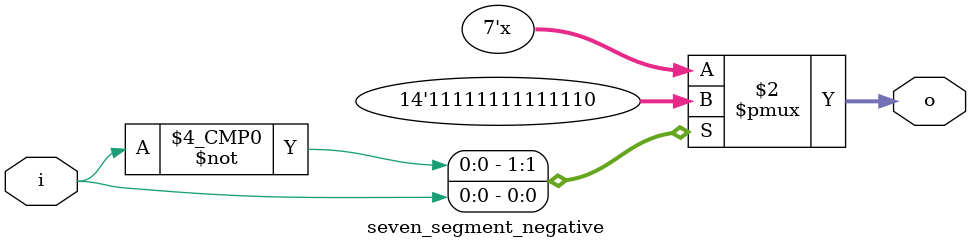
<source format=v>
module seven_segment_negative(i,o);

input i;
output reg [6:0]o; // a, b, c, d, e, f, g

always @(*)
begin

	case (i)	    // abcdefg
	
		1'b0: o = 7'b1111111;
		1'b1: o = 7'b1111110;

	endcase

end 
endmodule 
</source>
